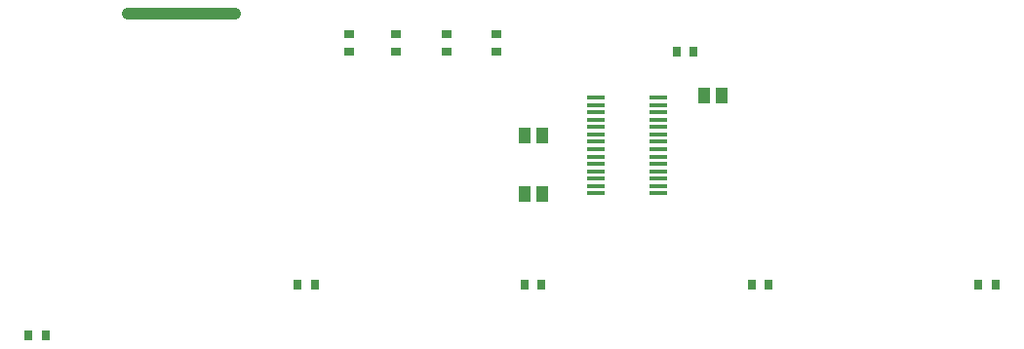
<source format=gtp>
G04*
G04 #@! TF.GenerationSoftware,Altium Limited,Altium Designer,18.1.7 (191)*
G04*
G04 Layer_Color=8421504*
%FSLAX23Y23*%
%MOIN*%
G70*
G01*
G75*
%ADD13R,0.028X0.035*%
%ADD14R,0.035X0.028*%
%ADD15R,0.060X0.017*%
%ADD16R,0.043X0.055*%
%ADD17C,0.040*%
D13*
X3735Y780D02*
D03*
X3676D02*
D03*
X2960Y780D02*
D03*
X2901D02*
D03*
X2184Y780D02*
D03*
X2125D02*
D03*
X1409Y780D02*
D03*
X1350D02*
D03*
X430Y605D02*
D03*
X490D02*
D03*
X2704Y1575D02*
D03*
X2645D02*
D03*
D14*
X1525Y1635D02*
D03*
Y1576D02*
D03*
X1685Y1635D02*
D03*
Y1576D02*
D03*
X1860Y1635D02*
D03*
Y1576D02*
D03*
X2030Y1635D02*
D03*
Y1576D02*
D03*
D15*
X2582Y1091D02*
D03*
Y1116D02*
D03*
Y1142D02*
D03*
Y1167D02*
D03*
Y1192D02*
D03*
Y1217D02*
D03*
Y1242D02*
D03*
Y1268D02*
D03*
Y1293D02*
D03*
Y1318D02*
D03*
Y1343D02*
D03*
Y1368D02*
D03*
Y1394D02*
D03*
Y1419D02*
D03*
X2368D02*
D03*
Y1394D02*
D03*
Y1368D02*
D03*
Y1343D02*
D03*
Y1318D02*
D03*
Y1293D02*
D03*
Y1268D02*
D03*
Y1242D02*
D03*
Y1217D02*
D03*
Y1192D02*
D03*
Y1167D02*
D03*
Y1142D02*
D03*
Y1116D02*
D03*
Y1091D02*
D03*
D16*
X2126Y1290D02*
D03*
X2185D02*
D03*
X2800Y1425D02*
D03*
X2740D02*
D03*
X2126Y1090D02*
D03*
X2185D02*
D03*
D17*
X770Y1705D02*
X1135D01*
M02*

</source>
